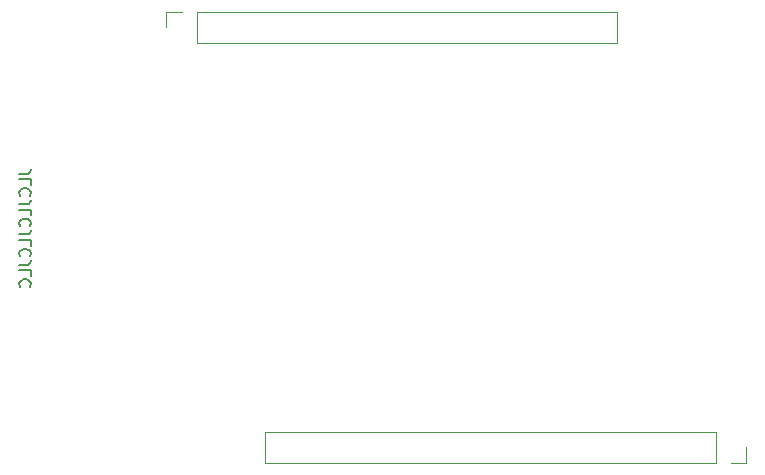
<source format=gbr>
%TF.GenerationSoftware,KiCad,Pcbnew,(6.0.0-0)*%
%TF.CreationDate,2022-08-18T21:47:31-04:00*%
%TF.ProjectId,CPU-Microcode-EEPROMs,4350552d-4d69-4637-926f-636f64652d45,rev?*%
%TF.SameCoordinates,Original*%
%TF.FileFunction,Legend,Bot*%
%TF.FilePolarity,Positive*%
%FSLAX46Y46*%
G04 Gerber Fmt 4.6, Leading zero omitted, Abs format (unit mm)*
G04 Created by KiCad (PCBNEW (6.0.0-0)) date 2022-08-18 21:47:31*
%MOMM*%
%LPD*%
G01*
G04 APERTURE LIST*
%ADD10C,0.150000*%
%ADD11C,0.120000*%
G04 APERTURE END LIST*
D10*
X55332380Y-89614952D02*
X56046666Y-89614952D01*
X56189523Y-89567333D01*
X56284761Y-89472095D01*
X56332380Y-89329238D01*
X56332380Y-89234000D01*
X56332380Y-90567333D02*
X56332380Y-90091142D01*
X55332380Y-90091142D01*
X56237142Y-91472095D02*
X56284761Y-91424476D01*
X56332380Y-91281619D01*
X56332380Y-91186380D01*
X56284761Y-91043523D01*
X56189523Y-90948285D01*
X56094285Y-90900666D01*
X55903809Y-90853047D01*
X55760952Y-90853047D01*
X55570476Y-90900666D01*
X55475238Y-90948285D01*
X55380000Y-91043523D01*
X55332380Y-91186380D01*
X55332380Y-91281619D01*
X55380000Y-91424476D01*
X55427619Y-91472095D01*
X55332380Y-92186380D02*
X56046666Y-92186380D01*
X56189523Y-92138761D01*
X56284761Y-92043523D01*
X56332380Y-91900666D01*
X56332380Y-91805428D01*
X56332380Y-93138761D02*
X56332380Y-92662571D01*
X55332380Y-92662571D01*
X56237142Y-94043523D02*
X56284761Y-93995904D01*
X56332380Y-93853047D01*
X56332380Y-93757809D01*
X56284761Y-93614952D01*
X56189523Y-93519714D01*
X56094285Y-93472095D01*
X55903809Y-93424476D01*
X55760952Y-93424476D01*
X55570476Y-93472095D01*
X55475238Y-93519714D01*
X55380000Y-93614952D01*
X55332380Y-93757809D01*
X55332380Y-93853047D01*
X55380000Y-93995904D01*
X55427619Y-94043523D01*
X55332380Y-94757809D02*
X56046666Y-94757809D01*
X56189523Y-94710190D01*
X56284761Y-94614952D01*
X56332380Y-94472095D01*
X56332380Y-94376857D01*
X56332380Y-95710190D02*
X56332380Y-95234000D01*
X55332380Y-95234000D01*
X56237142Y-96614952D02*
X56284761Y-96567333D01*
X56332380Y-96424476D01*
X56332380Y-96329238D01*
X56284761Y-96186380D01*
X56189523Y-96091142D01*
X56094285Y-96043523D01*
X55903809Y-95995904D01*
X55760952Y-95995904D01*
X55570476Y-96043523D01*
X55475238Y-96091142D01*
X55380000Y-96186380D01*
X55332380Y-96329238D01*
X55332380Y-96424476D01*
X55380000Y-96567333D01*
X55427619Y-96614952D01*
X55332380Y-97329238D02*
X56046666Y-97329238D01*
X56189523Y-97281619D01*
X56284761Y-97186380D01*
X56332380Y-97043523D01*
X56332380Y-96948285D01*
X56332380Y-98281619D02*
X56332380Y-97805428D01*
X55332380Y-97805428D01*
X56237142Y-99186380D02*
X56284761Y-99138761D01*
X56332380Y-98995904D01*
X56332380Y-98900666D01*
X56284761Y-98757809D01*
X56189523Y-98662571D01*
X56094285Y-98614952D01*
X55903809Y-98567333D01*
X55760952Y-98567333D01*
X55570476Y-98614952D01*
X55475238Y-98662571D01*
X55380000Y-98757809D01*
X55332380Y-98900666D01*
X55332380Y-98995904D01*
X55380000Y-99138761D01*
X55427619Y-99186380D01*
D11*
%TO.C,J2*%
X114300000Y-114106000D02*
X114300000Y-111446000D01*
X116900000Y-114106000D02*
X116900000Y-112776000D01*
X114300000Y-111446000D02*
X76140000Y-111446000D01*
X115570000Y-114106000D02*
X116900000Y-114106000D01*
X114300000Y-114106000D02*
X76140000Y-114106000D01*
X76140000Y-114106000D02*
X76140000Y-111446000D01*
%TO.C,J1*%
X69088000Y-75886000D02*
X67758000Y-75886000D01*
X70358000Y-75886000D02*
X70358000Y-78546000D01*
X70358000Y-75886000D02*
X105978000Y-75886000D01*
X67758000Y-75886000D02*
X67758000Y-77216000D01*
X70358000Y-78546000D02*
X105978000Y-78546000D01*
X105978000Y-75886000D02*
X105978000Y-78546000D01*
%TD*%
M02*

</source>
